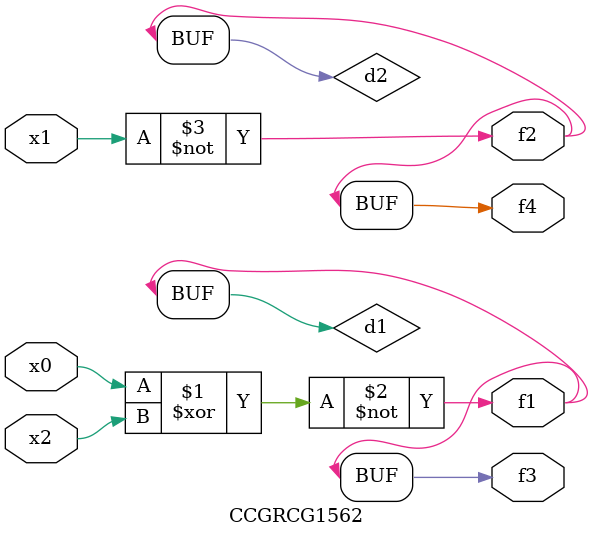
<source format=v>
module CCGRCG1562(
	input x0, x1, x2,
	output f1, f2, f3, f4
);

	wire d1, d2, d3;

	xnor (d1, x0, x2);
	nand (d2, x1);
	nor (d3, x1, x2);
	assign f1 = d1;
	assign f2 = d2;
	assign f3 = d1;
	assign f4 = d2;
endmodule

</source>
